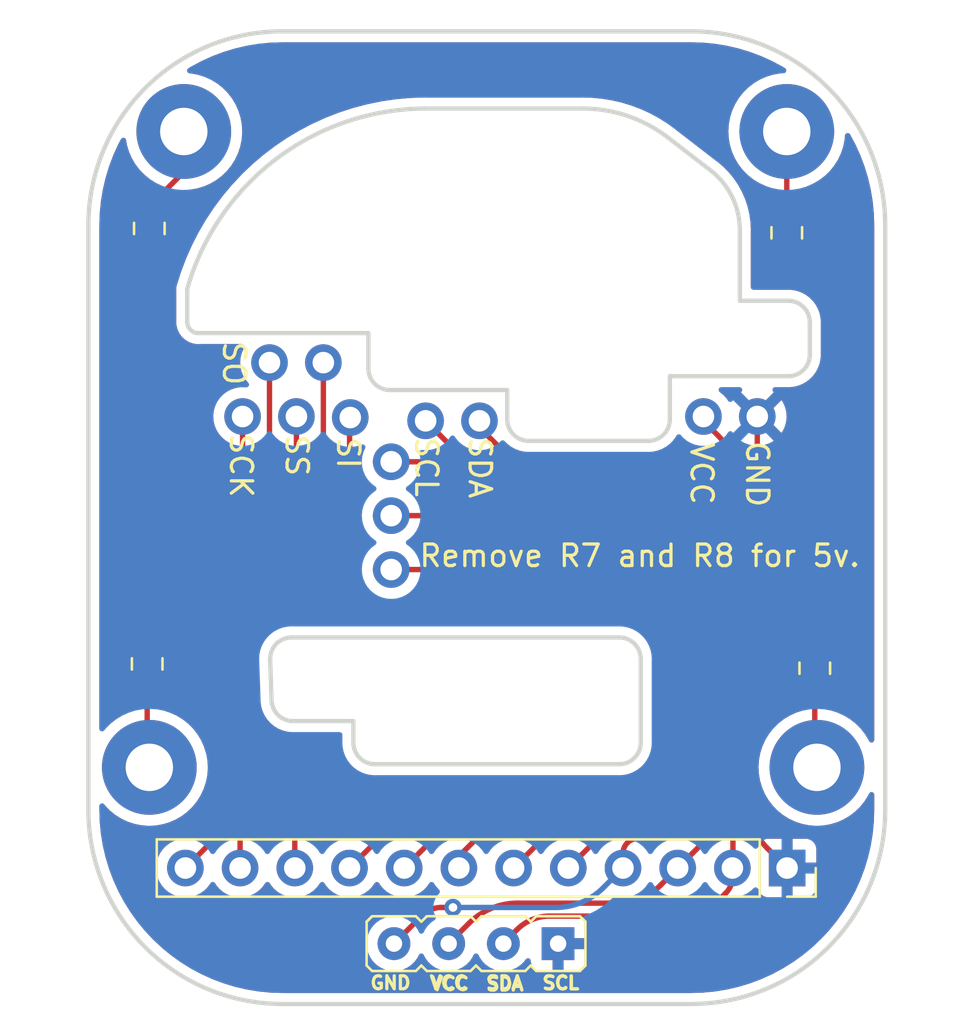
<source format=kicad_pcb>
(kicad_pcb (version 20211014) (generator pcbnew)
  (layers (0 "F.Cu" signal) (31 "B.Cu" signal) (34 "B.Paste" user) (35 "F.Paste" user) (36 "B.SilkS" user "B.Silkscreen") (37 "F.SilkS" user "F.Silkscreen") (38 "B.Mask" user) (39 "F.Mask" user) (44 "Edge.Cuts" user))
  (net 0 "")
  (net 1 "GND")
  (net 2 "VCC")
  (net 3 "SDA")
  (net 4 "SCL")
  (net 5 "B1")
  (net 6 "B2")
  (net 7 "B3")
  (net 8 "MISO")
  (net 9 "SS")
  (net 10 "SCK")
  (net 11 "MOSI")
  (net 12 "DR")
  (net 13 "Net-(H1-Pad1)")
  (net 14 "Net-(H2-Pad1)")
  (net 15 "Net-(H3-Pad1)")
  (net 16 "Net-(H4-Pad1)")
  (footprint "BK-CirqueDB:L_0805_2012Metric_Pad1.15x1.40mm_HandSolder" (layer "F.Cu") (at 160 78.3 -90)
    (fp_text reference "FB1" hide)
    (fp_text value "FerriteBead")
    (fp_line (start -0.261252 -0.71) (end 0.261252 -0.71) (layer "F.SilkS") (width 0.12))
    (fp_line (start -0.261252 0.71) (end 0.261252 0.71) (layer "F.SilkS") (width 0.12))
    (pad "1" smd roundrect (at -1.025 0 270) (size 1.15 1.4) (layers "F.Cu" "F.Paste" "F.Mask") (roundrect_rratio 0.217391) (net 13 "Net-(H1-Pad1)"))
    (pad "2" smd roundrect (at 1.025 0 270) (size 1.15 1.4) (layers "F.Cu" "F.Paste" "F.Mask") (roundrect_rratio 0.217391) (net 1 "GND"))
  )
  (footprint "BK-CirqueDB:MountingHole_2.2mm_M2_Pad" (layer "F.Cu") (at 160 73.6)
    (fp_text reference "H1" hide)
    (fp_text value "MountingHole_Pad")
    (pad "1" thru_hole circle (at 0 0) (size 4.4 4.4) (drill 2.2) (layers *.Cu *.Mask) (net 13 "Net-(H1-Pad1)"))
  )
  (footprint "BK-CirqueDB:L_0805_2012Metric_Pad1.15x1.40mm_HandSolder" (layer "F.Cu") (at 130.3 98.3 90)
    (fp_text reference "FB3" hide)
    (fp_text value "FerriteBead")
    (fp_line (start -0.261252 0.71) (end 0.261252 0.71) (layer "F.SilkS") (width 0.12))
    (fp_line (start -0.261252 -0.71) (end 0.261252 -0.71) (layer "F.SilkS") (width 0.12))
    (pad "1" smd roundrect locked (at -1.025 0 90) (size 1.15 1.4) (layers "F.Cu" "F.Paste" "F.Mask") (roundrect_rratio 0.217391) (net 15 "Net-(H3-Pad1)"))
    (pad "2" smd roundrect locked (at 1.025 0 90) (size 1.15 1.4) (layers "F.Cu" "F.Paste" "F.Mask") (roundrect_rratio 0.217391) (net 1 "GND"))
  )
  (footprint "BK-CirqueDB:L_0805_2012Metric_Pad1.15x1.40mm_HandSolder" (layer "F.Cu") (at 130.4 78.1 -90)
    (fp_text reference "FB2" hide)
    (fp_text value "FerriteBead")
    (fp_line (start -0.261252 0.71) (end 0.261252 0.71) (layer "F.SilkS") (width 0.12))
    (fp_line (start -0.261252 -0.71) (end 0.261252 -0.71) (layer "F.SilkS") (width 0.12))
    (pad "1" smd roundrect (at -1.025 0 270) (size 1.15 1.4) (layers "F.Cu" "F.Paste" "F.Mask") (roundrect_rratio 0.217391) (net 14 "Net-(H2-Pad1)"))
    (pad "2" smd roundrect (at 1.025 0 270) (size 1.15 1.4) (layers "F.Cu" "F.Paste" "F.Mask") (roundrect_rratio 0.217391) (net 1 "GND"))
  )
  (footprint "BK-CirqueDB:MountingHole_2.2mm_M2_Pad" (layer "F.Cu") (at 161.4 103.1)
    (fp_text reference "H4" hide)
    (fp_text value "MountingHole_Pad")
    (pad "1" thru_hole circle (at 0 0) (size 4.4 4.4) (drill 2.2) (layers *.Cu *.Mask) (net 16 "Net-(H4-Pad1)"))
  )
  (footprint "BK-CirqueDB:MountingHole_2.2mm_M2_Pad" (layer "F.Cu") (at 130.4 103.1)
    (fp_text reference "H3" hide)
    (fp_text value "MountingHole_Pad")
    (pad "1" thru_hole circle (at 0 0) (size 4.4 4.4) (drill 2.2) (layers *.Cu *.Mask) (net 15 "Net-(H3-Pad1)"))
  )
  (footprint "BK-CirqueDB:CirqueDB-BK" (layer "F.Cu") (at 161.993961 111.410672)
    (fp_text reference "J1" hide)
    (fp_text value "Conn_01x12_Female" hide)
    (fp_text user "Remove R7 and R8 for 5v." (at -8.823961 -18.127381 unlocked) (layer "F.SilkS"))
    (fp_text user "GND" (at -20.393961 1.689328 unlocked) (layer "F.SilkS") (effects (font (size 0.6 0.6))))
    (fp_text user "GND" (at -3.363961 -21.917381 270 unlocked) (layer "F.SilkS"))
    (fp_text user "VCC" (at -5.943961 -21.937381 270 unlocked) (layer "F.SilkS"))
    (fp_text user "SCK" (at -27.333961 -22.317381 270 unlocked) (layer "F.SilkS"))
    (fp_text user "SI" (at -22.353961 -22.897381 270 unlocked) (layer "F.SilkS"))
    (fp_text user "SS" (at -24.743961 -22.787381 270 unlocked) (layer "F.SilkS"))
    (fp_text user "VCC" (at -17.63 1.73 unlocked) (layer "F.SilkS") (effects (font (size 0.6 0.6))))
    (fp_text user "SDA" (at -16.243961 -22.207381 270 unlocked) (layer "F.SilkS"))
    (fp_text user "SCL" (at -18.723961 -22.247381 270 unlocked) (layer "F.SilkS"))
    (fp_text user "SO" (at -27.653961 -27.057381 270 unlocked) (layer "F.SilkS"))
    (fp_text user "SCL" (at -12.48 1.7 unlocked) (layer "F.SilkS") (effects (font (size 0.6 0.6))))
    (fp_text user "SDA" (at -15.08 1.75 unlocked) (layer "F.SilkS") (effects (font (size 0.6 0.6))))
    (fp_line (start -16.423961 -1.149381) (end -16.169961 -1.403381) (layer "F.SilkS") (width 0.12))
    (fp_line (start -3.25 -4.97) (end -3.25 -2.31) (layer "F.SilkS") (width 0.12))
    (fp_line (start -13.375961 1.136619) (end -13.629961 1.136619) (layer "F.SilkS") (width 0.12))
    (fp_line (start -19.217961 -1.403381) (end -18.963961 -1.149381) (layer "F.SilkS") (width 0.12))
    (fp_line (start -21.503961 -1.149381) (end -21.503961 0.882619) (layer "F.SilkS") (width 0.12))
    (fp_line (start -21.249961 -1.403381) (end -19.217961 -1.403381) (layer "F.SilkS") (width 0.12))
    (fp_line (start -0.65 -2.31) (end -1.98 -2.31) (layer "F.SilkS") (width 0.12))
    (fp_line (start -16.169961 1.136619) (end -16.423961 0.882619) (layer "F.SilkS") (width 0.12))
    (fp_line (start -0.65 -3.64) (end -0.65 -2.31) (layer "F.SilkS") (width 0.12))
    (fp_line (start -16.423961 0.882619) (end -16.677961 1.136619) (layer "F.SilkS") (width 0.12))
    (fp_line (start -31.25 -4.97) (end -31.25 -2.31) (layer "F.SilkS") (width 0.12))
    (fp_line (start -21.503961 -1.149381) (end -21.249961 -1.403381) (layer "F.SilkS") (width 0.12))
    (fp_line (start -11.597961 1.136619) (end -11.343961 0.882619) (layer "F.SilkS") (width 0.12))
    (fp_line (start -18.709961 1.136619) (end -18.963961 0.882619) (layer "F.SilkS") (width 0.12))
    (fp_line (start -21.503961 -1.149381) (end -21.249961 -1.403381) (layer "F.SilkS") (width 0.12))
    (fp_line (start -11.597961 -1.403381) (end -11.343961 -1.149381) (layer "F.SilkS") (width 0.12))
    (fp_line (start -11.597961 -1.403381) (end -11.343961 -1.149381) (layer "F.SilkS") (width 0.12))
    (fp_line (start -13.629961 1.136619) (end -13.883961 0.882619) (layer "F.SilkS") (width 0.12))
    (fp_line (start -16.677961 -1.403381) (end -16.423961 -1.149381) (layer "F.SilkS") (width 0.12))
    (fp_line (start -19.217961 1.136619) (end -21.249961 1.136619) (layer "F.SilkS") (width 0.12))
    (fp_line (start -16.677961 1.136619) (end -18.709961 1.136619) (layer "F.SilkS") (width 0.12))
    (fp_line (start -11.343961 0.882619) (end -11.343961 -1.149381) (layer "F.SilkS") (width 0.12))
    (fp_line (start -11.597961 1.136619) (end -13.375961 1.136619) (layer "F.SilkS") (width 0.12))
    (fp_line (start -3.25 -4.97) (end -31.25 -4.97) (layer "F.SilkS") (width 0.12))
    (fp_line (start -18.963961 -1.149381) (end -18.709961 -1.403381) (layer "F.SilkS") (width 0.12))
    (fp_line (start -18.963961 0.882619) (end -19.217961 1.136619) (layer "F.SilkS") (width 0.12))
    (fp_line (start -3.25 -2.31) (end -31.25 -2.31) (layer "F.SilkS") (width 0.12))
    (fp_line (start -13.629961 -1.403381) (end -11.597961 -1.403381) (layer "F.SilkS") (width 0.12))
    (fp_line (start -16.169961 -1.403381) (end -14.137961 -1.403381) (layer "F.SilkS") (width 0.12))
    (fp_line (start -13.883961 0.882619) (end -14.137961 1.136619) (layer "F.SilkS") (width 0.12))
    (fp_line (start -21.249961 1.136619) (end -21.503961 0.882619) (layer "F.SilkS") (width 0.12))
    (fp_line (start -14.137961 -1.403381) (end -13.883961 -1.149381) (layer "F.SilkS") (width 0.12))
    (fp_line (start -14.137961 1.136619) (end -16.169961 1.136619) (layer "F.SilkS") (width 0.12))
    (fp_line (start -18.709961 -1.403381) (end -16.677961 -1.403381) (layer "F.SilkS") (width 0.12))
    (fp_line (start -13.883961 -1.149381) (end -13.629961 -1.403381) (layer "F.SilkS") (width 0.12))
    (fp_line (start -25.423961 2.666038) (end -6.423961 2.666038) (layer "Edge.Cuts") (width 0.2))
    (fp_line (start -6.423961 -42.457381) (end -25.423961 -42.457381) (layer "Edge.Cuts") (width 0.2))
    (fp_line (start -24.918941 -10.457381) (end -22.118883 -10.457381) (layer "Edge.Cuts") (width 0.2))
    (fp_line (start -7.504302 -37.524426) (end -5.537232 -36.008198) (layer "Edge.Cuts") (width 0.2))
    (fp_line (start -8.77539 -9.457381) (end -8.77539 -13.33901) (layer "Edge.Cuts") (width 0.2))
    (fp_line (start -8.423961 -23.457381) (end -13.97453 -23.457381) (layer "Edge.Cuts") (width 0.2))
    (fp_line (start -7.423961 -26.457381) (end -7.423961 -24.457381) (layer "Edge.Cuts") (width 0.2))
    (fp_line (start -21.423961 -28.457381) (end -29.263961 -28.457381) (layer "Edge.Cuts") (width 0.2))
    (fp_line (start -4.173961 -29.957381) (end -1.923961 -29.957381) (layer "Edge.Cuts") (width 0.2))
    (fp_line (start -14.97453 -24.457381) (end -14.97453 -25.609157) (layer "Edge.Cuts") (width 0.2))
    (fp_line (start -0.923961 -28.957381) (end -0.923961 -27.457381) (layer "Edge.Cuts") (width 0.2))
    (fp_line (start -14.97453 -25.609157) (end -14.97453 -25.81546) (layer "Edge.Cuts") (width 0.2))
    (fp_line (start -4.173961 -33.236125) (end -4.173961 -29.957381) (layer "Edge.Cuts") (width 0.2))
    (fp_line (start -9.77539 -14.33901) (end -24.984591 -14.33901) (layer "Edge.Cuts") (width 0.2))
    (fp_line (start 2.576039 -6.333962) (end 2.576039 -33.457381) (layer "Edge.Cuts") (width 0.2))
    (fp_line (start -22.118883 -10.457381) (end -22.118883 -9.457381) (layer "Edge.Cuts") (width 0.2))
    (fp_line (start -34.423961 -33.457381) (end -34.423961 -6.333962) (layer "Edge.Cuts") (width 0.2))
    (fp_line (start -21.118883 -8.457381) (end -9.77539 -8.457381) (layer "Edge.Cuts") (width 0.2))
    (fp_line (start -18.809371 -38.87629) (end -11.472513 -38.87629) (layer "Edge.Cuts") (width 0.2))
    (fp_line (start -1.923961 -26.457381) (end -7.423961 -26.457381) (layer "Edge.Cuts") (width 0.2))
    (fp_line (start -29.834789 -28.977381) (end -29.834789 -30.508195) (layer "Edge.Cuts") (width 0.2))
    (fp_line (start -25.983983 -13.304141) (end -25.918333 -11.422512) (layer "Edge.Cuts") (width 0.2))
    (fp_line (start -14.97453 -25.81546) (end -20.423961 -25.81546) (layer "Edge.Cuts") (width 0.2))
    (fp_line (start -21.423961 -26.81546) (end -21.423961 -28.457381) (layer "Edge.Cuts") (width 0.2))
    (fp_arc (start -9.77539 -14.33901) (mid -9.068284 -14.046116) (end -8.77539 -13.33901) (layer "Edge.Cuts") (width 0.2))
    (fp_arc (start -7.423961 -24.457381) (mid -7.716854 -23.750274) (end -8.423961 -23.457381) (layer "Edge.Cuts") (width 0.2))
    (fp_arc (start -13.97453 -23.457381) (mid -14.681637 -23.750274) (end -14.97453 -24.457381) (layer "Edge.Cuts") (width 0.2))
    (fp_arc (start 2.576039 -6.333962) (mid -0.059999 0.03) (end -6.423961 2.666038) (layer "Edge.Cuts") (width 0.2))
    (fp_arc (start -21.118883 -8.457381) (mid -21.825979 -8.750285) (end -22.118883 -9.457381) (layer "Edge.Cuts") (width 0.2))
    (fp_arc (start -34.423961 -33.457381) (mid -31.787922 -39.821342) (end -25.423961 -42.457381) (layer "Edge.Cuts") (width 0.2))
    (fp_arc (start -25.983983 -13.304141) (mid -25.703911 -14.033671) (end -24.984591 -14.33901) (layer "Edge.Cuts") (width 0.2))
    (fp_arc (start -29.263961 -28.457381) (mid -29.664048 -28.591499) (end -29.834789 -28.977381) (layer "Edge.Cuts") (width 0.2))
    (fp_arc (start -11.472513 -38.87629) (mid -9.376431 -38.529049) (end -7.504302 -37.524426) (layer "Edge.Cuts") (width 0.2))
    (fp_arc (start -1.923961 -29.957381) (mid -1.216854 -29.664488) (end -0.923961 -28.957381) (layer "Edge.Cuts") (width 0.2))
    (fp_arc (start -24.918941 -10.457381) (mid -25.61362 -10.738042) (end -25.918333 -11.422512) (layer "Edge.Cuts") (width 0.2))
    (fp_arc (start -6.423961 -42.457381) (mid -0.06 -39.821342) (end 2.576039 -33.457381) (layer "Edge.Cuts") (width 0.2))
    (fp_arc (start -25.423961 2.666038) (mid -31.787922 0.029999) (end -34.423961 -6.333962) (layer "Edge.Cuts") (width 0.2))
    (fp_arc (start -5.537232 -36.008198) (mid -4.533219 -34.780703) (end -4.173961 -33.236125) (layer "Edge.Cuts") (width 0.2))
    (fp_arc (start -8.77539 -9.457381) (mid -9.068283 -8.750274) (end -9.77539 -8.457381) (layer "Edge.Cuts") (width 0.2))
    (fp_arc (start -29.834789 -30.508195) (mid -25.715466 -36.528104) (end -18.809371 -38.87629) (layer "Edge.Cuts") (width 0.2))
    (fp_arc (start -20.423961 -25.81546) (mid -21.131072 -26.108349) (end -21.423961 -26.81546) (layer "Edge.Cuts") (width 0.2))
    (fp_arc (start -0.923961 -27.457381) (mid -1.216854 -26.750274) (end -1.923961 -26.457381) (layer "Edge.Cuts") (width 0.2))
    (pad "1" thru_hole circle (at -3.363961 -24.587381 180) (size 1.7 1.7) (drill 1) (layers *.Cu *.Mask) (net 1 "GND"))
    (pad "1" thru_hole rect (at -1.98 -3.64 270) (size 1.7 1.7) (drill 1) (layers *.Cu *.Mask) (net 1 "GND"))
    (pad "1" thru_hole rect (at -12.613961 -0.133381 270) (size 1.524 1.524) (drill 0.762) (layers *.Cu *.Mask) (net 1 "GND"))
    (pad "2" thru_hole circle (at -5.863961 -24.587381 180) (size 1.7 1.7) (drill 1) (layers *.Cu *.Mask) (net 2 "VCC"))
    (pad "2" thru_hole oval (at -15.153961 -0.133381 270) (size 1.524 1.524) (drill 0.762) (layers *.Cu *.Mask) (net 2 "VCC"))
    (pad "2" thru_hole oval (at -4.52 -3.64 270) (size 1.7 1.7) (drill 1) (layers *.Cu *.Mask) (net 2 "VCC"))
    (pad "3" thru_hole oval (at -17.693961 -0.133381 270) (size 1.524 1.524) (drill 0.762) (layers *.Cu *.Mask) (net 3 "SDA"))
    (pad "3" thru_hole circle (at -16.263961 -24.387381 180) (size 1.7 1.7) (drill 1) (layers *.Cu *.Mask) (net 3 "SDA"))
    (pad "3" thru_hole oval (at -7.06 -3.64 270) (size 1.7 1.7) (drill 1) (layers *.Cu *.Mask) (net 3 "SDA"))
    (pad "4" thru_hole oval (at -9.6 -3.64 270) (size 1.7 1.7) (drill 1) (layers *.Cu *.Mask) (net 4 "SCL"))
    (pad "4" thru_hole circle (at -18.763961 -24.387381 180) (size 1.7 1.7) (drill 1) (layers *.Cu *.Mask) (net 4 "SCL"))
    (pad "4" thru_hole oval (at -20.233961 -0.133381 270) (size 1.524 1.524) (drill 0.762) (layers *.Cu *.Mask) (net 4 "SCL"))
    (pad "5" thru_hole oval (at -12.14 -3.64 270) (size 1.7 1.7) (drill 1) (layers *.Cu *.Mask) (net 5 "B1"))
    (pad "5" thru_hole circle (at -20.363961 -22.487381 180) (size 1.7 1.7) (drill 1) (layers *.Cu *.Mask) (net 5 "B1"))
    (pad "6" thru_hole circle (at -20.363961 -19.987381 180) (size 1.7 1.7) (drill 1) (layers *.Cu *.Mask) (net 6 "B2"))
    (pad "6" thru_hole oval (at -14.68 -3.64 270) (size 1.7 1.7) (drill 1) (layers *.Cu *.Mask) (net 6 "B2"))
    (pad "7" thru_hole oval (at -17.22 -3.64 270) (size 1.7 1.7) (drill 1) (layers *.Cu *.Mask) (net 7 "B3"))
    (pad "7" thru_hole circle (at -20.363961 -17.487381 180) (size 1.7 1.7) (drill 1) (layers *.Cu *.Mask) (net 7 "B3"))
    (pad "8" thru_hole oval (at -19.76 -3.64 270) (size 1.7 1.7) (drill 1) (layers *.Cu *.Mask) (net 11 "MOSI"))
    (pad "8" thru_hole circle (at -22.263961 -24.539005 180) (size 1.7 1.7) (drill 1) (layers *.Cu *.Mask) (net 11 "MOSI"))
    (pad "9" thru_hole circle (at -23.513961 -27.087381 180) (size 1.7 1.7) (drill 1) (layers *.Cu *.Mask) (net 12 "DR"))
    (pad "9" thru_hole oval (at -22.3 -3.64 270) (size 1.7 1.7) (drill 1) (layers *.Cu *.Mask) (net 12 "DR"))
    (pad "10" thru_hole oval (at -24.84 -3.64 270) (size 1.7 1.7) (drill 1) (layers *.Cu *.Mask) (net 9 "SS"))
    (pad "10" thru_hole circle (at -24.763961 -24.587381 180) (size 1.7 1.7) (drill 1) (layers *.Cu *.Mask) (net 9 "SS"))
    (pad "11" thru_hole circle (at -26.013961 -27.087381 180) (size 1.7 1.7) (drill 1) (layers *.Cu *.Mask) (net 8 "MISO"))
    (pad "11" thru_hole oval (at -27.38 -3.64 270) (size 1.7 1.7) (drill 1) (layers *.Cu *.Mask) (net 8 "MISO"))
    (pad "12" thru_hole oval (at -29.92 -3.64 270) (size 1.7 1.7) (drill 1) (layers *.Cu *.Mask) (net 10 "SCK"))
    (pad "12" thru_hole circle (at -27.263961 -24.587381 180) (size 1.7 1.7) (drill 1) (layers *.Cu *.Mask) (net 10 "SCK"))
  )
  (footprint "BK-CirqueDB:L_0805_2012Metric_Pad1.15x1.40mm_HandSolder" (layer "F.Cu") (at 161.3 98.5 90)
    (fp_text reference "FB4" hide)
    (fp_text value "FerriteBead")
    (fp_line (start -0.261252 0.71) (end 0.261252 0.71) (layer "F.SilkS") (width 0.12))
    (fp_line (start -0.261252 -0.71) (end 0.261252 -0.71) (layer "F.SilkS") (width 0.12))
    (pad "1" smd roundrect (at -1.025 0 90) (size 1.15 1.4) (layers "F.Cu" "F.Paste" "F.Mask") (roundrect_rratio 0.217391) (net 16 "Net-(H4-Pad1)"))
    (pad "2" smd roundrect (at 1.025 0 90) (size 1.15 1.4) (layers "F.Cu" "F.Paste" "F.Mask") (roundrect_rratio 0.217391) (net 1 "GND"))
  )
  (footprint "BK-CirqueDB:MountingHole_2.2mm_M2_Pad" (layer "F.Cu") (at 132 73.6)
    (fp_text reference "H2" hide)
    (fp_text value "MountingHole_Pad")
    (pad "1" thru_hole circle (at 0 0) (size 4.4 4.4) (drill 2.2) (layers *.Cu *.Mask) (net 14 "Net-(H2-Pad1)"))
  )
  (gr_text "SCL" (at 149.5 113.1) (layer "F.SilkS") (effects (font (size 0.6 0.6))))
  (gr_text "VCC\n" (at 144.3 113.1) (layer "F.SilkS") (effects (font (size 0.6 0.6))))
  (gr_text "SDA" (at 146.9 113.1) (layer "F.SilkS") (effects (font (size 0.6 0.6))))
  (segment (start 158.63 86.896613) (end 158.63 99.565944) (width 0.25) (layer "F.Cu") (net 1))
  (segment (start 158.2 104.674046) (end 158.2 100.604055) (width 0.25) (layer "F.Cu") (net 1))
  (segment (start 159.10698 106.863691) (end 160.013961 107.770672) (width 0.25) (layer "F.Cu") (net 1))
  (segment (start 158.101134 109.683497) (end 158.420168 109.364464) (width 0.25) (layer "F.Cu") (net 1))
  (segment (start 158.703322 86.823291) (end 158.776645 86.823291) (width 0.25) (layer "F.Cu") (net 1))
  (segment (start 154.253378 111.277291) (end 149.38 111.277291) (width 0.25) (layer "F.Cu") (net 1))
  (arc (start 158.2 104.674046) (mid 158.435716 105.859073) (end 159.10698 106.863691) (width 0.25) (layer "F.Cu") (net 1))
  (arc (start 158.63 99.565944) (mid 158.574123 99.846855) (end 158.415 100.085) (width 0.25) (layer "F.Cu") (net 1))
  (arc (start 158.415 100.085) (mid 158.255876 100.323144) (end 158.2 100.604055) (width 0.25) (layer "F.Cu") (net 1))
  (arc (start 158.703322 86.823291) (mid 158.651475 86.844766) (end 158.63 86.896613) (width 0.25) (layer "F.Cu") (net 1))
  (arc (start 154.253378 111.277291) (mid 156.335768 110.863077) (end 158.101134 109.683497) (width 0.25) (layer "F.Cu") (net 1))
  (arc (start 158.776645 86.823291) (mid 158.912128 86.85024) (end 159.026985 86.926985) (width 0.25) (layer "F.Cu") (net 1))
  (segment (start 155.128462 110) (end 148.990954 110) (width 0.25) (layer "F.Cu") (net 2))
  (segment (start 157.473961 107.789084) (end 157.473961 108.198355) (width 0.25) (layer "F.Cu") (net 2))
  (segment (start 157.5 107.72622) (end 157.5 89.368736) (width 0.25) (layer "F.Cu") (net 2))
  (segment (start 146.846113 111.253886) (end 147.47 110.63) (width 0.25) (layer "F.Cu") (net 2))
  (segment (start 156.13 86.926645) (end 156.13 86.823291) (width 0.25) (layer "F.Cu") (net 2))
  (segment (start 156.203082 87.103082) (end 156.815 87.715) (width 0.25) (layer "F.Cu") (net 2))
  (segment (start 146.84 111.268645) (end 146.84 111.277291) (width 0.25) (layer "F.Cu") (net 2))
  (segment (start 156.78698 109.313019) (end 157.171542 108.928456) (width 0.25) (layer "F.Cu") (net 2))
  (arc (start 147.47 110.63) (mid 148.167819 110.163731) (end 148.990954 110) (width 0.25) (layer "F.Cu") (net 2))
  (arc (start 156.78698 109.313019) (mid 156.026045 109.821459) (end 155.128462 110) (width 0.25) (layer "F.Cu") (net 2))
  (arc (start 156.13 86.926645) (mid 156.148993 87.022132) (end 156.203082 87.103082) (width 0.25) (layer "F.Cu") (net 2))
  (arc (start 157.48698 107.757652) (mid 157.496616 107.743231) (end 157.5 107.72622) (width 0.25) (layer "F.Cu") (net 2))
  (arc (start 157.48698 107.757652) (mid 157.477344 107.772073) (end 157.473961 107.789084) (width 0.25) (layer "F.Cu") (net 2))
  (arc (start 146.846113 111.253886) (mid 146.841588 111.260657) (end 146.84 111.268645) (width 0.25) (layer "F.Cu") (net 2))
  (arc (start 157.171542 108.928456) (mid 157.395364 108.593483) (end 157.473961 108.198355) (width 0.25) (layer "F.Cu") (net 2))
  (arc (start 156.815 87.715) (mid 157.321974 88.47374) (end 157.5 89.368736) (width 0.25) (layer "F.Cu") (net 2))
  (segment (start 154.119297 108.585336) (end 155.634076 107.070557) (width 0.25) (layer "F.Cu") (net 3))
  (segment (start 155.977723 106.72691) (end 155.863174 106.841459) (width 0.25) (layer "F.Cu") (net 3))
  (segment (start 145.238645 110.338645) (end 144.3 111.277291) (width 0.25) (layer "F.Cu") (net 3))
  (segment (start 145.838438 87.438438) (end 146.965 88.565) (width 0.25) (layer "F.Cu") (net 3))
  (segment (start 149.946553 89.8) (end 156.472675 89.8) (width 0.25) (layer "F.Cu") (net 3))
  (segment (start 157.021485 104.207045) (end 157.021485 90.348809) (width 0.25) (layer "F.Cu") (net 3))
  (segment (start 155.863174 106.841459) (end 155.634076 107.070557) (width 0.25) (layer "F.Cu") (net 3))
  (segment (start 147.504736 109.4) (end 152.152524 109.4) (width 0.25) (layer "F.Cu") (net 3))
  (segment (start 145.73 87.176645) (end 145.73 87.023291) (width 0.25) (layer "F.Cu") (net 3))
  (arc (start 156.860742 89.960742) (mid 156.682695 89.841775) (end 156.472675 89.8) (width 0.25) (layer "F.Cu") (net 3))
  (arc (start 149.946553 89.8) (mid 148.332948 89.479033) (end 146.965 88.565) (width 0.25) (layer "F.Cu") (net 3))
  (arc (start 145.838438 87.438438) (mid 145.758182 87.318326) (end 145.73 87.176645) (width 0.25) (layer "F.Cu") (net 3))
  (arc (start 157.021485 104.207045) (mid 156.75022 105.570786) (end 155.977723 106.72691) (width 0.25) (layer "F.Cu") (net 3))
  (arc (start 157.021485 90.348809) (mid 156.979709 90.138788) (end 156.860742 89.960742) (width 0.25) (layer "F.Cu") (net 3))
  (arc (start 152.152524 109.4) (mid 153.216933 109.188275) (end 154.119297 108.585336) (width 0.25) (layer "F.Cu") (net 3))
  (arc (start 147.504736 109.4) (mid 146.278336 109.643945) (end 145.238645 110.338645) (width 0.25) (layer "F.Cu") (net 3))
  (segment (start 143.061566 109.975724) (end 141.76 111.277291) (width 0.25) (layer "F.Cu") (net 4))
  (segment (start 152.393961 107.093151) (end 152.393961 107.770672) (width 0.25) (layer "F.Cu") (net 4))
  (segment (start 144.5 109.6) (end 143.968645 109.6) (width 0.25) (layer "F.Cu") (net 4))
  (segment (start 144.912916 88.706207) (end 143.23 87.023291) (width 0.25) (layer "F.Cu") (net 4))
  (segment (start 156.5 90.641421) (end 156.5 103.327207) (width 0.25) (layer "F.Cu") (net 4))
  (segment (start 153.087112 106.4) (end 153.75 106.4) (width 0.25) (layer "F.Cu") (net 4))
  (segment (start 156.158578 90.3) (end 148.760672 90.3) (width 0.25) (layer "F.Cu") (net 4))
  (segment (start 155.371751 105.728248) (end 155.6 105.5) (width 0.25) (layer "F.Cu") (net 4))
  (via (at 144.5 109.6) (size 0.8) (drill 0.4) (layers "F.Cu" "B.Cu") (net 4))
  (arc (start 155.371751 105.728248) (mid 154.627685 106.225417) (end 153.75 106.4) (width 0.25) (layer "F.Cu") (net 4))
  (arc (start 143.061566 109.975724) (mid 143.477737 109.697647) (end 143.968645 109.6) (width 0.25) (layer "F.Cu") (net 4))
  (arc (start 156.158578 90.3) (mid 156.289234 90.325989) (end 156.4 90.4) (width 0.25) (layer "F.Cu") (net 4))
  (arc (start 156.5 103.327207) (mid 156.266097 104.503114) (end 155.6 105.5) (width 0.25) (layer "F.Cu") (net 4))
  (arc (start 153.087112 106.4) (mid 152.821854 106.452762) (end 152.59698 106.603019) (width 0.25) (layer "F.Cu") (net 4))
  (arc (start 152.393961 107.093151) (mid 152.446723 106.827893) (end 152.59698 106.603019) (width 0.25) (layer "F.Cu") (net 4))
  (arc (start 156.5 90.641421) (mid 156.47401 90.510764) (end 156.4 90.4) (width 0.25) (layer "F.Cu") (net 4))
  (arc (start 144.912916 88.706207) (mid 146.678281 89.885786) (end 148.760672 90.3) (width 0.25) (layer "F.Cu") (net 4))
  (segment (start 144.5 109.6) (end 149.271102 109.6) (width 0.25) (layer "B.Cu") (net 4))
  (segment (start 151.479297 108.685336) (end 152.393961 107.770672) (width 0.25) (layer "B.Cu") (net 4))
  (arc (start 151.479297 108.685336) (mid 150.466168 109.362286) (end 149.271102 109.6) (width 0.25) (layer "B.Cu") (net 4))
  (segment (start 143.026645 88.923291) (end 141.63 88.923291) (width 0.25) (layer "F.Cu") (net 5))
  (segment (start 156 91.241421) (end 156 103.41005) (width 0.25) (layer "F.Cu") (net 5))
  (segment (start 150.843392 106.78124) (end 149.853961 107.770672) (width 0.25) (layer "F.Cu") (net 5))
  (segment (start 155.658578 90.9) (end 147.797744 90.9) (width 0.25) (layer "F.Cu") (net 5))
  (segment (start 153.212316 105.8) (end 153.61005 105.8) (width 0.25) (layer "F.Cu") (net 5))
  (segment (start 145.411645 89.911645) (end 145.410868 89.910868) (width 0.25) (layer "F.Cu") (net 5))
  (arc (start 150.843392 106.78124) (mid 151.930263 106.055015) (end 153.212316 105.8) (width 0.25) (layer "F.Cu") (net 5))
  (arc (start 156 91.241421) (mid 155.97401 91.110764) (end 155.9 91) (width 0.25) (layer "F.Cu") (net 5))
  (arc (start 155.658578 90.9) (mid 155.789234 90.925989) (end 155.9 91) (width 0.25) (layer "F.Cu") (net 5))
  (arc (start 155.3 105.1) (mid 154.524644 105.618075) (end 153.61005 105.8) (width 0.25) (layer "F.Cu") (net 5))
  (arc (start 145.411645 89.911645) (mid 146.506396 90.643134) (end 147.797744 90.9) (width 0.25) (layer "F.Cu") (net 5))
  (arc (start 156 103.41005) (mid 155.818075 104.324644) (end 155.3 105.1) (width 0.25) (layer "F.Cu") (net 5))
  (arc (start 143.026645 88.923291) (mid 144.316977 89.179953) (end 145.410868 89.910868) (width 0.25) (layer "F.Cu") (net 5))
  (segment (start 153.622182 105.3) (end 151.531661 105.3) (width 0.25) (layer "F.Cu") (net 6))
  (segment (start 155.5 92.237084) (end 155.5 103.422182) (width 0.25) (layer "F.Cu") (net 6))
  (segment (start 154.686206 91.423291) (end 141.63 91.423291) (width 0.25) (layer "F.Cu") (net 6))
  (segment (start 148.549297 106.535336) (end 147.313961 107.770672) (width 0.25) (layer "F.Cu") (net 6))
  (arc (start 148.549297 106.535336) (mid 149.917617 105.621053) (end 151.531661 105.3) (width 0.25) (layer "F.Cu") (net 6))
  (arc (start 155.261645 91.661645) (mid 154.997631 91.485237) (end 154.686206 91.423291) (width 0.25) (layer "F.Cu") (net 6))
  (arc (start 155.261645 91.661645) (mid 155.438053 91.925658) (end 155.5 92.237084) (width 0.25) (layer "F.Cu") (net 6))
  (arc (start 155.5 103.422182) (mid 155.357059 104.140792) (end 154.95 104.75) (width 0.25) (layer "F.Cu") (net 6))
  (arc (start 153.622182 105.3) (mid 154.340792 105.157059) (end 154.95 104.75) (width 0.25) (layer "F.Cu") (net 6))
  (segment (start 149.086179 104.7) (end 153.805025 104.7) (width 0.25) (layer "F.Cu") (net 7))
  (segment (start 155 103.505025) (end 155 95.590637) (width 0.25) (layer "F.Cu") (net 7))
  (segment (start 144.966517 107.033482) (end 146.03698 105.963019) (width 0.25) (layer "F.Cu") (net 7))
  (segment (start 144.773961 107.498355) (end 144.773961 107.770672) (width 0.25) (layer "F.Cu") (net 7))
  (segment (start 153.332653 93.923291) (end 141.63 93.923291) (width 0.25) (layer "F.Cu") (net 7))
  (arc (start 144.966517 107.033482) (mid 144.824004 107.246767) (end 144.773961 107.498355) (width 0.25) (layer "F.Cu") (net 7))
  (arc (start 155 103.505025) (mid 154.909037 103.962322) (end 154.65 104.35) (width 0.25) (layer "F.Cu") (net 7))
  (arc (start 146.03698 105.963019) (mid 147.435964 105.028247) (end 149.086179 104.7) (width 0.25) (layer "F.Cu") (net 7))
  (arc (start 154.511645 94.411645) (mid 153.970719 94.05021) (end 153.332653 93.923291) (width 0.25) (layer "F.Cu") (net 7))
  (arc (start 154.511645 94.411645) (mid 154.87308 94.952571) (end 155 95.590637) (width 0.25) (layer "F.Cu") (net 7))
  (arc (start 154.65 104.35) (mid 154.262322 104.609037) (end 153.805025 104.7) (width 0.25) (layer "F.Cu") (net 7))
  (segment (start 134.613961 96.951974) (end 134.613961 107.770672) (width 0.25) (layer "F.Cu") (net 8))
  (segment (start 135.98 93.654064) (end 135.98 84.323291) (width 0.25) (layer "F.Cu") (net 8))
  (arc (start 135.98 93.654064) (mid 135.802488 94.546472) (end 135.29698 95.303019) (width 0.25) (layer "F.Cu") (net 8))
  (arc (start 134.613961 96.951974) (mid 134.791471 96.059566) (end 135.29698 95.303019) (width 0.25) (layer "F.Cu") (net 8))
  (segment (start 137.23 92.634573) (end 137.23 86.823291) (width 0.25) (layer "F.Cu") (net 9))
  (segment (start 135.2 97.535426) (end 135.2 99.21834) (width 0.25) (layer "F.Cu") (net 9))
  (segment (start 137.153961 103.93562) (end 137.153961 107.770672) (width 0.25) (layer "F.Cu") (net 9))
  (arc (start 136.17698 101.57698) (mid 135.453908 100.494827) (end 135.2 99.21834) (width 0.25) (layer "F.Cu") (net 9))
  (arc (start 135.2 97.535426) (mid 135.463789 96.209265) (end 136.215 95.085) (width 0.25) (layer "F.Cu") (net 9))
  (arc (start 136.215 95.085) (mid 136.96621 93.960734) (end 137.23 92.634573) (width 0.25) (layer "F.Cu") (net 9))
  (arc (start 136.17698 101.57698) (mid 136.900051 102.659133) (end 137.153961 103.93562) (width 0.25) (layer "F.Cu") (net 9))
  (segment (start 134.73 94.283101) (end 134.73 86.823291) (width 0.25) (layer "F.Cu") (net 10))
  (segment (start 133.9 104.653428) (end 133.9 96.286898) (width 0.25) (layer "F.Cu") (net 10))
  (segment (start 132.98698 106.857652) (end 132.073961 107.770672) (width 0.25) (layer "F.Cu") (net 10))
  (arc (start 134.315 95.285) (mid 134.007854 95.744674) (end 133.9 96.286898) (width 0.25) (layer "F.Cu") (net 10))
  (arc (start 133.9 104.653428) (mid 133.662713 105.846345) (end 132.98698 106.857652) (width 0.25) (layer "F.Cu") (net 10))
  (arc (start 134.73 94.283101) (mid 134.622145 94.825324) (end 134.315 95.285) (width 0.25) (layer "F.Cu") (net 10))
  (segment (start 154.5 103.517157) (end 154.5 97.207106) (width 0.25) (layer "F.Cu") (net 11))
  (segment (start 139.715 86.886667) (end 139.73 86.871667) (width 0.25) (layer "F.Cu") (net 11))
  (segment (start 152.792893 95.5) (end 140.894974 95.5) (width 0.25) (layer "F.Cu") (net 11))
  (segment (start 153.817157 104.2) (end 148.058596 104.2) (width 0.25) (layer "F.Cu") (net 11))
  (segment (start 139.7 86.92288) (end 139.7 94.305025) (width 0.25) (layer "F.Cu") (net 11))
  (segment (start 144.21084 105.793792) (end 142.233961 107.770672) (width 0.25) (layer "F.Cu") (net 11))
  (arc (start 154 96) (mid 154.370054 96.553825) (end 154.5 97.207106) (width 0.25) (layer "F.Cu") (net 11))
  (arc (start 139.7 86.92288) (mid 139.703898 86.903281) (end 139.715 86.886667) (width 0.25) (layer "F.Cu") (net 11))
  (arc (start 154.3 104) (mid 154.448021 103.778469) (end 154.5 103.517157) (width 0.25) (layer "F.Cu") (net 11))
  (arc (start 139.7 94.305025) (mid 139.790962 94.762322) (end 140.05 95.15) (width 0.25) (layer "F.Cu") (net 11))
  (arc (start 152.792893 95.5) (mid 153.446174 95.629945) (end 154 96) (width 0.25) (layer "F.Cu") (net 11))
  (arc (start 140.05 95.15) (mid 140.437677 95.409037) (end 140.894974 95.5) (width 0.25) (layer "F.Cu") (net 11))
  (arc (start 144.21084 105.793792) (mid 145.976205 104.614213) (end 148.058596 104.2) (width 0.25) (layer "F.Cu") (net 11))
  (arc (start 153.817157 104.2) (mid 154.078469 104.148021) (end 154.3 104) (width 0.25) (layer "F.Cu") (net 11))
  (segment (start 146.018596 103.7) (end 153.487867 103.7) (width 0.25) (layer "F.Cu") (net 12))
  (segment (start 152.634314 96) (end 141.416223 96) (width 0.25) (layer "F.Cu") (net 12))
  (segment (start 138.48 93.063776) (end 138.48 84.323291) (width 0.25) (layer "F.Cu") (net 12))
  (segment (start 154 103.187867) (end 154 97.365685) (width 0.25) (layer "F.Cu") (net 12))
  (segment (start 142.17084 105.293792) (end 139.693961 107.770672) (width 0.25) (layer "F.Cu") (net 12))
  (arc (start 153.6 96.4) (mid 153.156939 96.103956) (end 152.634314 96) (width 0.25) (layer "F.Cu") (net 12))
  (arc (start 138.48 93.063776) (mid 138.703506 94.18742) (end 139.34 95.14) (width 0.25) (layer "F.Cu") (net 12))
  (arc (start 139.34 95.14) (mid 140.292579 95.776493) (end 141.416223 96) (width 0.25) (layer "F.Cu") (net 12))
  (arc (start 153.6 96.4) (mid 153.896043 96.84306) (end 154 97.365685) (width 0.25) (layer "F.Cu") (net 12))
  (arc (start 153.85 103.55) (mid 153.961016 103.383852) (end 154 103.187867) (width 0.25) (layer "F.Cu") (net 12))
  (arc (start 153.487867 103.7) (mid 153.683852 103.661016) (end 153.85 103.55) (width 0.25) (layer "F.Cu") (net 12))
  (arc (start 146.018596 103.7) (mid 143.936205 104.114213) (end 142.17084 105.293792) (width 0.25) (layer "F.Cu") (net 12))
  (segment (start 160 73.6) (end 160 77.275) (width 0.25) (layer "F.Cu") (net 13))
  (segment (start 132 75.475) (end 130.4 77.075) (width 0.25) (layer "F.Cu") (net 14))
  (segment (start 132 73.6) (end 132 75.475) (width 0.25) (layer "F.Cu") (net 14))
  (segment (start 130.3 99.325) (end 130.3 103) (width 0.25) (layer "F.Cu") (net 15))
  (segment (start 130.3 103) (end 130.4 103.1) (width 0.25) (layer "F.Cu") (net 15))
  (segment (start 161.3 103) (end 161.4 103.1) (width 0.25) (layer "F.Cu") (net 16))
  (segment (start 161.3 99.525) (end 161.3 103) (width 0.25) (layer "F.Cu") (net 16))
  (zone (net 1) (net_name "GND") (layers F&B.Cu) (connect_pads (clearance 0.508)) (min_thickness 0.254) (fill yes (thermal_gap 0.508) (thermal_bridge_width 0.508))
    (polygon (pts (xy 166.4 115) (xy 126.5 115) (xy 126.5 67.5) (xy 166.4 67.5)))
  )
)
</source>
